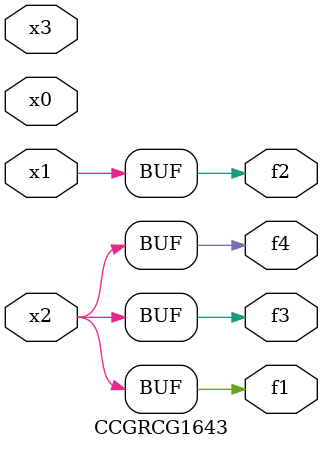
<source format=v>
module CCGRCG1643(
	input x0, x1, x2, x3,
	output f1, f2, f3, f4
);
	assign f1 = x2;
	assign f2 = x1;
	assign f3 = x2;
	assign f4 = x2;
endmodule

</source>
